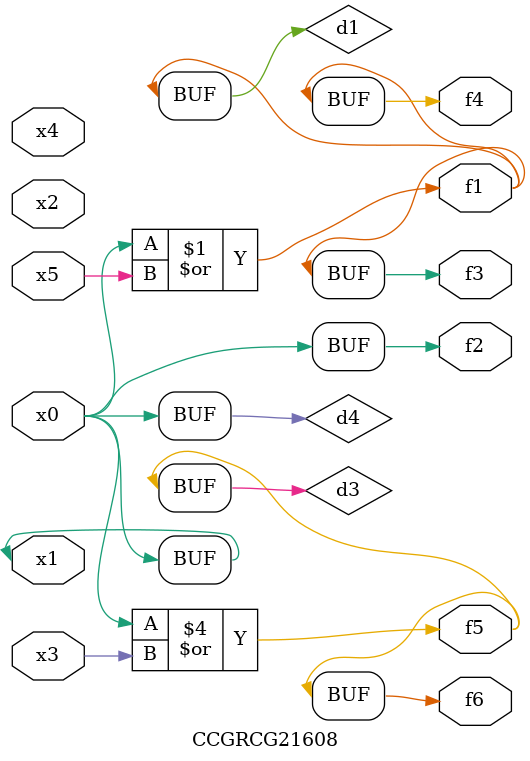
<source format=v>
module CCGRCG21608(
	input x0, x1, x2, x3, x4, x5,
	output f1, f2, f3, f4, f5, f6
);

	wire d1, d2, d3, d4;

	or (d1, x0, x5);
	xnor (d2, x1, x4);
	or (d3, x0, x3);
	buf (d4, x0, x1);
	assign f1 = d1;
	assign f2 = d4;
	assign f3 = d1;
	assign f4 = d1;
	assign f5 = d3;
	assign f6 = d3;
endmodule

</source>
